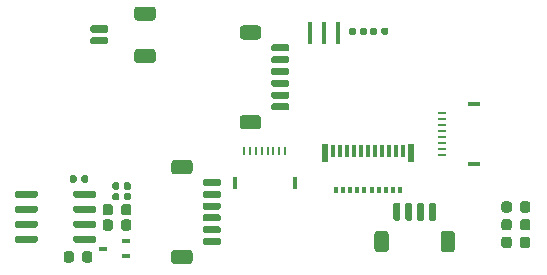
<source format=gbr>
G04 #@! TF.GenerationSoftware,KiCad,Pcbnew,(5.1.10)-1*
G04 #@! TF.CreationDate,2022-10-27T19:37:03-07:00*
G04 #@! TF.ProjectId,Motor_Gen2L,4d6f746f-725f-4476-956e-324c2e6b6963,rev?*
G04 #@! TF.SameCoordinates,Original*
G04 #@! TF.FileFunction,Paste,Top*
G04 #@! TF.FilePolarity,Positive*
%FSLAX46Y46*%
G04 Gerber Fmt 4.6, Leading zero omitted, Abs format (unit mm)*
G04 Created by KiCad (PCBNEW (5.1.10)-1) date 2022-10-27 19:37:03*
%MOMM*%
%LPD*%
G01*
G04 APERTURE LIST*
%ADD10R,0.700000X0.290000*%
%ADD11R,1.000000X0.300000*%
%ADD12R,0.290000X0.700000*%
%ADD13R,0.300000X1.000000*%
%ADD14R,0.400000X1.900000*%
%ADD15R,0.520000X1.600000*%
%ADD16R,0.300000X0.600000*%
%ADD17R,0.700000X0.450000*%
G04 APERTURE END LIST*
G36*
G01*
X93650001Y-108300000D02*
X92349999Y-108300000D01*
G75*
G02*
X92100000Y-108050001I0J249999D01*
G01*
X92100000Y-107349999D01*
G75*
G02*
X92349999Y-107100000I249999J0D01*
G01*
X93650001Y-107100000D01*
G75*
G02*
X93900000Y-107349999I0J-249999D01*
G01*
X93900000Y-108050001D01*
G75*
G02*
X93650001Y-108300000I-249999J0D01*
G01*
G37*
G36*
G01*
X93650001Y-115900000D02*
X92349999Y-115900000D01*
G75*
G02*
X92100000Y-115650001I0J249999D01*
G01*
X92100000Y-114949999D01*
G75*
G02*
X92349999Y-114700000I249999J0D01*
G01*
X93650001Y-114700000D01*
G75*
G02*
X93900000Y-114949999I0J-249999D01*
G01*
X93900000Y-115650001D01*
G75*
G02*
X93650001Y-115900000I-249999J0D01*
G01*
G37*
G36*
G01*
X96150000Y-109300000D02*
X94900000Y-109300000D01*
G75*
G02*
X94750000Y-109150000I0J150000D01*
G01*
X94750000Y-108850000D01*
G75*
G02*
X94900000Y-108700000I150000J0D01*
G01*
X96150000Y-108700000D01*
G75*
G02*
X96300000Y-108850000I0J-150000D01*
G01*
X96300000Y-109150000D01*
G75*
G02*
X96150000Y-109300000I-150000J0D01*
G01*
G37*
G36*
G01*
X96150000Y-110300000D02*
X94900000Y-110300000D01*
G75*
G02*
X94750000Y-110150000I0J150000D01*
G01*
X94750000Y-109850000D01*
G75*
G02*
X94900000Y-109700000I150000J0D01*
G01*
X96150000Y-109700000D01*
G75*
G02*
X96300000Y-109850000I0J-150000D01*
G01*
X96300000Y-110150000D01*
G75*
G02*
X96150000Y-110300000I-150000J0D01*
G01*
G37*
G36*
G01*
X96150000Y-111300000D02*
X94900000Y-111300000D01*
G75*
G02*
X94750000Y-111150000I0J150000D01*
G01*
X94750000Y-110850000D01*
G75*
G02*
X94900000Y-110700000I150000J0D01*
G01*
X96150000Y-110700000D01*
G75*
G02*
X96300000Y-110850000I0J-150000D01*
G01*
X96300000Y-111150000D01*
G75*
G02*
X96150000Y-111300000I-150000J0D01*
G01*
G37*
G36*
G01*
X96150000Y-112300000D02*
X94900000Y-112300000D01*
G75*
G02*
X94750000Y-112150000I0J150000D01*
G01*
X94750000Y-111850000D01*
G75*
G02*
X94900000Y-111700000I150000J0D01*
G01*
X96150000Y-111700000D01*
G75*
G02*
X96300000Y-111850000I0J-150000D01*
G01*
X96300000Y-112150000D01*
G75*
G02*
X96150000Y-112300000I-150000J0D01*
G01*
G37*
G36*
G01*
X96150000Y-113300000D02*
X94900000Y-113300000D01*
G75*
G02*
X94750000Y-113150000I0J150000D01*
G01*
X94750000Y-112850000D01*
G75*
G02*
X94900000Y-112700000I150000J0D01*
G01*
X96150000Y-112700000D01*
G75*
G02*
X96300000Y-112850000I0J-150000D01*
G01*
X96300000Y-113150000D01*
G75*
G02*
X96150000Y-113300000I-150000J0D01*
G01*
G37*
G36*
G01*
X96150000Y-114300000D02*
X94900000Y-114300000D01*
G75*
G02*
X94750000Y-114150000I0J150000D01*
G01*
X94750000Y-113850000D01*
G75*
G02*
X94900000Y-113700000I150000J0D01*
G01*
X96150000Y-113700000D01*
G75*
G02*
X96300000Y-113850000I0J-150000D01*
G01*
X96300000Y-114150000D01*
G75*
G02*
X96150000Y-114300000I-150000J0D01*
G01*
G37*
G36*
G01*
X99450001Y-96900000D02*
X98149999Y-96900000D01*
G75*
G02*
X97900000Y-96650001I0J249999D01*
G01*
X97900000Y-95949999D01*
G75*
G02*
X98149999Y-95700000I249999J0D01*
G01*
X99450001Y-95700000D01*
G75*
G02*
X99700000Y-95949999I0J-249999D01*
G01*
X99700000Y-96650001D01*
G75*
G02*
X99450001Y-96900000I-249999J0D01*
G01*
G37*
G36*
G01*
X99450001Y-104500000D02*
X98149999Y-104500000D01*
G75*
G02*
X97900000Y-104250001I0J249999D01*
G01*
X97900000Y-103549999D01*
G75*
G02*
X98149999Y-103300000I249999J0D01*
G01*
X99450001Y-103300000D01*
G75*
G02*
X99700000Y-103549999I0J-249999D01*
G01*
X99700000Y-104250001D01*
G75*
G02*
X99450001Y-104500000I-249999J0D01*
G01*
G37*
G36*
G01*
X101950000Y-97900000D02*
X100700000Y-97900000D01*
G75*
G02*
X100550000Y-97750000I0J150000D01*
G01*
X100550000Y-97450000D01*
G75*
G02*
X100700000Y-97300000I150000J0D01*
G01*
X101950000Y-97300000D01*
G75*
G02*
X102100000Y-97450000I0J-150000D01*
G01*
X102100000Y-97750000D01*
G75*
G02*
X101950000Y-97900000I-150000J0D01*
G01*
G37*
G36*
G01*
X101950000Y-98900000D02*
X100700000Y-98900000D01*
G75*
G02*
X100550000Y-98750000I0J150000D01*
G01*
X100550000Y-98450000D01*
G75*
G02*
X100700000Y-98300000I150000J0D01*
G01*
X101950000Y-98300000D01*
G75*
G02*
X102100000Y-98450000I0J-150000D01*
G01*
X102100000Y-98750000D01*
G75*
G02*
X101950000Y-98900000I-150000J0D01*
G01*
G37*
G36*
G01*
X101950000Y-99900000D02*
X100700000Y-99900000D01*
G75*
G02*
X100550000Y-99750000I0J150000D01*
G01*
X100550000Y-99450000D01*
G75*
G02*
X100700000Y-99300000I150000J0D01*
G01*
X101950000Y-99300000D01*
G75*
G02*
X102100000Y-99450000I0J-150000D01*
G01*
X102100000Y-99750000D01*
G75*
G02*
X101950000Y-99900000I-150000J0D01*
G01*
G37*
G36*
G01*
X101950000Y-100900000D02*
X100700000Y-100900000D01*
G75*
G02*
X100550000Y-100750000I0J150000D01*
G01*
X100550000Y-100450000D01*
G75*
G02*
X100700000Y-100300000I150000J0D01*
G01*
X101950000Y-100300000D01*
G75*
G02*
X102100000Y-100450000I0J-150000D01*
G01*
X102100000Y-100750000D01*
G75*
G02*
X101950000Y-100900000I-150000J0D01*
G01*
G37*
G36*
G01*
X101950000Y-101900000D02*
X100700000Y-101900000D01*
G75*
G02*
X100550000Y-101750000I0J150000D01*
G01*
X100550000Y-101450000D01*
G75*
G02*
X100700000Y-101300000I150000J0D01*
G01*
X101950000Y-101300000D01*
G75*
G02*
X102100000Y-101450000I0J-150000D01*
G01*
X102100000Y-101750000D01*
G75*
G02*
X101950000Y-101900000I-150000J0D01*
G01*
G37*
G36*
G01*
X101950000Y-102900000D02*
X100700000Y-102900000D01*
G75*
G02*
X100550000Y-102750000I0J150000D01*
G01*
X100550000Y-102450000D01*
G75*
G02*
X100700000Y-102300000I150000J0D01*
G01*
X101950000Y-102300000D01*
G75*
G02*
X102100000Y-102450000I0J-150000D01*
G01*
X102100000Y-102750000D01*
G75*
G02*
X101950000Y-102900000I-150000J0D01*
G01*
G37*
G36*
G01*
X110500000Y-113349999D02*
X110500000Y-114650001D01*
G75*
G02*
X110250001Y-114900000I-249999J0D01*
G01*
X109549999Y-114900000D01*
G75*
G02*
X109300000Y-114650001I0J249999D01*
G01*
X109300000Y-113349999D01*
G75*
G02*
X109549999Y-113100000I249999J0D01*
G01*
X110250001Y-113100000D01*
G75*
G02*
X110500000Y-113349999I0J-249999D01*
G01*
G37*
G36*
G01*
X116100000Y-113349999D02*
X116100000Y-114650001D01*
G75*
G02*
X115850001Y-114900000I-249999J0D01*
G01*
X115149999Y-114900000D01*
G75*
G02*
X114900000Y-114650001I0J249999D01*
G01*
X114900000Y-113349999D01*
G75*
G02*
X115149999Y-113100000I249999J0D01*
G01*
X115850001Y-113100000D01*
G75*
G02*
X116100000Y-113349999I0J-249999D01*
G01*
G37*
G36*
G01*
X111500000Y-110850000D02*
X111500000Y-112100000D01*
G75*
G02*
X111350000Y-112250000I-150000J0D01*
G01*
X111050000Y-112250000D01*
G75*
G02*
X110900000Y-112100000I0J150000D01*
G01*
X110900000Y-110850000D01*
G75*
G02*
X111050000Y-110700000I150000J0D01*
G01*
X111350000Y-110700000D01*
G75*
G02*
X111500000Y-110850000I0J-150000D01*
G01*
G37*
G36*
G01*
X112500000Y-110850000D02*
X112500000Y-112100000D01*
G75*
G02*
X112350000Y-112250000I-150000J0D01*
G01*
X112050000Y-112250000D01*
G75*
G02*
X111900000Y-112100000I0J150000D01*
G01*
X111900000Y-110850000D01*
G75*
G02*
X112050000Y-110700000I150000J0D01*
G01*
X112350000Y-110700000D01*
G75*
G02*
X112500000Y-110850000I0J-150000D01*
G01*
G37*
G36*
G01*
X113500000Y-110850000D02*
X113500000Y-112100000D01*
G75*
G02*
X113350000Y-112250000I-150000J0D01*
G01*
X113050000Y-112250000D01*
G75*
G02*
X112900000Y-112100000I0J150000D01*
G01*
X112900000Y-110850000D01*
G75*
G02*
X113050000Y-110700000I150000J0D01*
G01*
X113350000Y-110700000D01*
G75*
G02*
X113500000Y-110850000I0J-150000D01*
G01*
G37*
G36*
G01*
X114500000Y-110850000D02*
X114500000Y-112100000D01*
G75*
G02*
X114350000Y-112250000I-150000J0D01*
G01*
X114050000Y-112250000D01*
G75*
G02*
X113900000Y-112100000I0J150000D01*
G01*
X113900000Y-110850000D01*
G75*
G02*
X114050000Y-110700000I150000J0D01*
G01*
X114350000Y-110700000D01*
G75*
G02*
X114500000Y-110850000I0J-150000D01*
G01*
G37*
G36*
G01*
X90525001Y-95300000D02*
X89224999Y-95300000D01*
G75*
G02*
X88975000Y-95050001I0J249999D01*
G01*
X88975000Y-94349999D01*
G75*
G02*
X89224999Y-94100000I249999J0D01*
G01*
X90525001Y-94100000D01*
G75*
G02*
X90775000Y-94349999I0J-249999D01*
G01*
X90775000Y-95050001D01*
G75*
G02*
X90525001Y-95300000I-249999J0D01*
G01*
G37*
G36*
G01*
X90525001Y-98900000D02*
X89224999Y-98900000D01*
G75*
G02*
X88975000Y-98650001I0J249999D01*
G01*
X88975000Y-97949999D01*
G75*
G02*
X89224999Y-97700000I249999J0D01*
G01*
X90525001Y-97700000D01*
G75*
G02*
X90775000Y-97949999I0J-249999D01*
G01*
X90775000Y-98650001D01*
G75*
G02*
X90525001Y-98900000I-249999J0D01*
G01*
G37*
G36*
G01*
X86625000Y-96300000D02*
X85375000Y-96300000D01*
G75*
G02*
X85225000Y-96150000I0J150000D01*
G01*
X85225000Y-95850000D01*
G75*
G02*
X85375000Y-95700000I150000J0D01*
G01*
X86625000Y-95700000D01*
G75*
G02*
X86775000Y-95850000I0J-150000D01*
G01*
X86775000Y-96150000D01*
G75*
G02*
X86625000Y-96300000I-150000J0D01*
G01*
G37*
G36*
G01*
X86625000Y-97300000D02*
X85375000Y-97300000D01*
G75*
G02*
X85225000Y-97150000I0J150000D01*
G01*
X85225000Y-96850000D01*
G75*
G02*
X85375000Y-96700000I150000J0D01*
G01*
X86625000Y-96700000D01*
G75*
G02*
X86775000Y-96850000I0J-150000D01*
G01*
X86775000Y-97150000D01*
G75*
G02*
X86625000Y-97300000I-150000J0D01*
G01*
G37*
D10*
X115050000Y-103150000D03*
X115050000Y-103650000D03*
X115050000Y-104150000D03*
X115050000Y-104650000D03*
X115050000Y-105150000D03*
X115050000Y-105650000D03*
X115050000Y-106150000D03*
D11*
X117700000Y-102360000D03*
X117700000Y-107440000D03*
D10*
X115050000Y-106650000D03*
D12*
X101750000Y-106350000D03*
X101250000Y-106350000D03*
X100750000Y-106350000D03*
X100250000Y-106350000D03*
X99750000Y-106350000D03*
X99250000Y-106350000D03*
X98750000Y-106350000D03*
D13*
X102540000Y-109000000D03*
X97460000Y-109000000D03*
D12*
X98250000Y-106350000D03*
D14*
X106200000Y-96300000D03*
X105000000Y-96300000D03*
X103800000Y-96300000D03*
D15*
X105100000Y-106525000D03*
X112400000Y-106525000D03*
D16*
X106050000Y-109625000D03*
X106650000Y-109625000D03*
X107250000Y-109625000D03*
X107850000Y-109625000D03*
X108450000Y-109625000D03*
X109050000Y-109625000D03*
X109650000Y-109625000D03*
X110250000Y-109625000D03*
X110850000Y-109625000D03*
X111450000Y-109625000D03*
D13*
X105750000Y-106325000D03*
X106350000Y-106325000D03*
X106950000Y-106325000D03*
X107550000Y-106325000D03*
X108150000Y-106325000D03*
X108750000Y-106325000D03*
X109350000Y-106325000D03*
X109950000Y-106325000D03*
X110550000Y-106325000D03*
X111150000Y-106325000D03*
X111750000Y-106325000D03*
G36*
G01*
X83800000Y-110145000D02*
X83800000Y-109845000D01*
G75*
G02*
X83950000Y-109695000I150000J0D01*
G01*
X85600000Y-109695000D01*
G75*
G02*
X85750000Y-109845000I0J-150000D01*
G01*
X85750000Y-110145000D01*
G75*
G02*
X85600000Y-110295000I-150000J0D01*
G01*
X83950000Y-110295000D01*
G75*
G02*
X83800000Y-110145000I0J150000D01*
G01*
G37*
G36*
G01*
X83800000Y-111415000D02*
X83800000Y-111115000D01*
G75*
G02*
X83950000Y-110965000I150000J0D01*
G01*
X85600000Y-110965000D01*
G75*
G02*
X85750000Y-111115000I0J-150000D01*
G01*
X85750000Y-111415000D01*
G75*
G02*
X85600000Y-111565000I-150000J0D01*
G01*
X83950000Y-111565000D01*
G75*
G02*
X83800000Y-111415000I0J150000D01*
G01*
G37*
G36*
G01*
X83800000Y-112685000D02*
X83800000Y-112385000D01*
G75*
G02*
X83950000Y-112235000I150000J0D01*
G01*
X85600000Y-112235000D01*
G75*
G02*
X85750000Y-112385000I0J-150000D01*
G01*
X85750000Y-112685000D01*
G75*
G02*
X85600000Y-112835000I-150000J0D01*
G01*
X83950000Y-112835000D01*
G75*
G02*
X83800000Y-112685000I0J150000D01*
G01*
G37*
G36*
G01*
X83800000Y-113955000D02*
X83800000Y-113655000D01*
G75*
G02*
X83950000Y-113505000I150000J0D01*
G01*
X85600000Y-113505000D01*
G75*
G02*
X85750000Y-113655000I0J-150000D01*
G01*
X85750000Y-113955000D01*
G75*
G02*
X85600000Y-114105000I-150000J0D01*
G01*
X83950000Y-114105000D01*
G75*
G02*
X83800000Y-113955000I0J150000D01*
G01*
G37*
G36*
G01*
X78850000Y-113955000D02*
X78850000Y-113655000D01*
G75*
G02*
X79000000Y-113505000I150000J0D01*
G01*
X80650000Y-113505000D01*
G75*
G02*
X80800000Y-113655000I0J-150000D01*
G01*
X80800000Y-113955000D01*
G75*
G02*
X80650000Y-114105000I-150000J0D01*
G01*
X79000000Y-114105000D01*
G75*
G02*
X78850000Y-113955000I0J150000D01*
G01*
G37*
G36*
G01*
X78850000Y-112685000D02*
X78850000Y-112385000D01*
G75*
G02*
X79000000Y-112235000I150000J0D01*
G01*
X80650000Y-112235000D01*
G75*
G02*
X80800000Y-112385000I0J-150000D01*
G01*
X80800000Y-112685000D01*
G75*
G02*
X80650000Y-112835000I-150000J0D01*
G01*
X79000000Y-112835000D01*
G75*
G02*
X78850000Y-112685000I0J150000D01*
G01*
G37*
G36*
G01*
X78850000Y-111415000D02*
X78850000Y-111115000D01*
G75*
G02*
X79000000Y-110965000I150000J0D01*
G01*
X80650000Y-110965000D01*
G75*
G02*
X80800000Y-111115000I0J-150000D01*
G01*
X80800000Y-111415000D01*
G75*
G02*
X80650000Y-111565000I-150000J0D01*
G01*
X79000000Y-111565000D01*
G75*
G02*
X78850000Y-111415000I0J150000D01*
G01*
G37*
G36*
G01*
X78850000Y-110145000D02*
X78850000Y-109845000D01*
G75*
G02*
X79000000Y-109695000I150000J0D01*
G01*
X80650000Y-109695000D01*
G75*
G02*
X80800000Y-109845000I0J-150000D01*
G01*
X80800000Y-110145000D01*
G75*
G02*
X80650000Y-110295000I-150000J0D01*
G01*
X79000000Y-110295000D01*
G75*
G02*
X78850000Y-110145000I0J150000D01*
G01*
G37*
G36*
G01*
X88090000Y-109472500D02*
X88090000Y-109127500D01*
G75*
G02*
X88237500Y-108980000I147500J0D01*
G01*
X88532500Y-108980000D01*
G75*
G02*
X88680000Y-109127500I0J-147500D01*
G01*
X88680000Y-109472500D01*
G75*
G02*
X88532500Y-109620000I-147500J0D01*
G01*
X88237500Y-109620000D01*
G75*
G02*
X88090000Y-109472500I0J147500D01*
G01*
G37*
G36*
G01*
X87120000Y-109472500D02*
X87120000Y-109127500D01*
G75*
G02*
X87267500Y-108980000I147500J0D01*
G01*
X87562500Y-108980000D01*
G75*
G02*
X87710000Y-109127500I0J-147500D01*
G01*
X87710000Y-109472500D01*
G75*
G02*
X87562500Y-109620000I-147500J0D01*
G01*
X87267500Y-109620000D01*
G75*
G02*
X87120000Y-109472500I0J147500D01*
G01*
G37*
G36*
G01*
X88090000Y-110372500D02*
X88090000Y-110027500D01*
G75*
G02*
X88237500Y-109880000I147500J0D01*
G01*
X88532500Y-109880000D01*
G75*
G02*
X88680000Y-110027500I0J-147500D01*
G01*
X88680000Y-110372500D01*
G75*
G02*
X88532500Y-110520000I-147500J0D01*
G01*
X88237500Y-110520000D01*
G75*
G02*
X88090000Y-110372500I0J147500D01*
G01*
G37*
G36*
G01*
X87120000Y-110372500D02*
X87120000Y-110027500D01*
G75*
G02*
X87267500Y-109880000I147500J0D01*
G01*
X87562500Y-109880000D01*
G75*
G02*
X87710000Y-110027500I0J-147500D01*
G01*
X87710000Y-110372500D01*
G75*
G02*
X87562500Y-110520000I-147500J0D01*
G01*
X87267500Y-110520000D01*
G75*
G02*
X87120000Y-110372500I0J147500D01*
G01*
G37*
G36*
G01*
X87150000Y-112343750D02*
X87150000Y-112856250D01*
G75*
G02*
X86931250Y-113075000I-218750J0D01*
G01*
X86493750Y-113075000D01*
G75*
G02*
X86275000Y-112856250I0J218750D01*
G01*
X86275000Y-112343750D01*
G75*
G02*
X86493750Y-112125000I218750J0D01*
G01*
X86931250Y-112125000D01*
G75*
G02*
X87150000Y-112343750I0J-218750D01*
G01*
G37*
G36*
G01*
X88725000Y-112343750D02*
X88725000Y-112856250D01*
G75*
G02*
X88506250Y-113075000I-218750J0D01*
G01*
X88068750Y-113075000D01*
G75*
G02*
X87850000Y-112856250I0J218750D01*
G01*
X87850000Y-112343750D01*
G75*
G02*
X88068750Y-112125000I218750J0D01*
G01*
X88506250Y-112125000D01*
G75*
G02*
X88725000Y-112343750I0J-218750D01*
G01*
G37*
G36*
G01*
X87150000Y-111043750D02*
X87150000Y-111556250D01*
G75*
G02*
X86931250Y-111775000I-218750J0D01*
G01*
X86493750Y-111775000D01*
G75*
G02*
X86275000Y-111556250I0J218750D01*
G01*
X86275000Y-111043750D01*
G75*
G02*
X86493750Y-110825000I218750J0D01*
G01*
X86931250Y-110825000D01*
G75*
G02*
X87150000Y-111043750I0J-218750D01*
G01*
G37*
G36*
G01*
X88725000Y-111043750D02*
X88725000Y-111556250D01*
G75*
G02*
X88506250Y-111775000I-218750J0D01*
G01*
X88068750Y-111775000D01*
G75*
G02*
X87850000Y-111556250I0J218750D01*
G01*
X87850000Y-111043750D01*
G75*
G02*
X88068750Y-110825000I218750J0D01*
G01*
X88506250Y-110825000D01*
G75*
G02*
X88725000Y-111043750I0J-218750D01*
G01*
G37*
G36*
G01*
X85425000Y-115043750D02*
X85425000Y-115556250D01*
G75*
G02*
X85206250Y-115775000I-218750J0D01*
G01*
X84768750Y-115775000D01*
G75*
G02*
X84550000Y-115556250I0J218750D01*
G01*
X84550000Y-115043750D01*
G75*
G02*
X84768750Y-114825000I218750J0D01*
G01*
X85206250Y-114825000D01*
G75*
G02*
X85425000Y-115043750I0J-218750D01*
G01*
G37*
G36*
G01*
X83850000Y-115043750D02*
X83850000Y-115556250D01*
G75*
G02*
X83631250Y-115775000I-218750J0D01*
G01*
X83193750Y-115775000D01*
G75*
G02*
X82975000Y-115556250I0J218750D01*
G01*
X82975000Y-115043750D01*
G75*
G02*
X83193750Y-114825000I218750J0D01*
G01*
X83631250Y-114825000D01*
G75*
G02*
X83850000Y-115043750I0J-218750D01*
G01*
G37*
D17*
X86300000Y-114600000D03*
X88300000Y-113950000D03*
X88300000Y-115250000D03*
G36*
G01*
X120925000Y-113817150D02*
X120925000Y-114329650D01*
G75*
G02*
X120706250Y-114548400I-218750J0D01*
G01*
X120268750Y-114548400D01*
G75*
G02*
X120050000Y-114329650I0J218750D01*
G01*
X120050000Y-113817150D01*
G75*
G02*
X120268750Y-113598400I218750J0D01*
G01*
X120706250Y-113598400D01*
G75*
G02*
X120925000Y-113817150I0J-218750D01*
G01*
G37*
G36*
G01*
X122500000Y-113817150D02*
X122500000Y-114329650D01*
G75*
G02*
X122281250Y-114548400I-218750J0D01*
G01*
X121843750Y-114548400D01*
G75*
G02*
X121625000Y-114329650I0J218750D01*
G01*
X121625000Y-113817150D01*
G75*
G02*
X121843750Y-113598400I218750J0D01*
G01*
X122281250Y-113598400D01*
G75*
G02*
X122500000Y-113817150I0J-218750D01*
G01*
G37*
G36*
G01*
X120925000Y-112317150D02*
X120925000Y-112829650D01*
G75*
G02*
X120706250Y-113048400I-218750J0D01*
G01*
X120268750Y-113048400D01*
G75*
G02*
X120050000Y-112829650I0J218750D01*
G01*
X120050000Y-112317150D01*
G75*
G02*
X120268750Y-112098400I218750J0D01*
G01*
X120706250Y-112098400D01*
G75*
G02*
X120925000Y-112317150I0J-218750D01*
G01*
G37*
G36*
G01*
X122500000Y-112317150D02*
X122500000Y-112829650D01*
G75*
G02*
X122281250Y-113048400I-218750J0D01*
G01*
X121843750Y-113048400D01*
G75*
G02*
X121625000Y-112829650I0J218750D01*
G01*
X121625000Y-112317150D01*
G75*
G02*
X121843750Y-112098400I218750J0D01*
G01*
X122281250Y-112098400D01*
G75*
G02*
X122500000Y-112317150I0J-218750D01*
G01*
G37*
G36*
G01*
X120925000Y-110817150D02*
X120925000Y-111329650D01*
G75*
G02*
X120706250Y-111548400I-218750J0D01*
G01*
X120268750Y-111548400D01*
G75*
G02*
X120050000Y-111329650I0J218750D01*
G01*
X120050000Y-110817150D01*
G75*
G02*
X120268750Y-110598400I218750J0D01*
G01*
X120706250Y-110598400D01*
G75*
G02*
X120925000Y-110817150I0J-218750D01*
G01*
G37*
G36*
G01*
X122500000Y-110817150D02*
X122500000Y-111329650D01*
G75*
G02*
X122281250Y-111548400I-218750J0D01*
G01*
X121843750Y-111548400D01*
G75*
G02*
X121625000Y-111329650I0J218750D01*
G01*
X121625000Y-110817150D01*
G75*
G02*
X121843750Y-110598400I218750J0D01*
G01*
X122281250Y-110598400D01*
G75*
G02*
X122500000Y-110817150I0J-218750D01*
G01*
G37*
G36*
G01*
X84085000Y-108527500D02*
X84085000Y-108872500D01*
G75*
G02*
X83937500Y-109020000I-147500J0D01*
G01*
X83642500Y-109020000D01*
G75*
G02*
X83495000Y-108872500I0J147500D01*
G01*
X83495000Y-108527500D01*
G75*
G02*
X83642500Y-108380000I147500J0D01*
G01*
X83937500Y-108380000D01*
G75*
G02*
X84085000Y-108527500I0J-147500D01*
G01*
G37*
G36*
G01*
X85055000Y-108527500D02*
X85055000Y-108872500D01*
G75*
G02*
X84907500Y-109020000I-147500J0D01*
G01*
X84612500Y-109020000D01*
G75*
G02*
X84465000Y-108872500I0J147500D01*
G01*
X84465000Y-108527500D01*
G75*
G02*
X84612500Y-108380000I147500J0D01*
G01*
X84907500Y-108380000D01*
G75*
G02*
X85055000Y-108527500I0J-147500D01*
G01*
G37*
G36*
G01*
X108090000Y-96372500D02*
X108090000Y-96027500D01*
G75*
G02*
X108237500Y-95880000I147500J0D01*
G01*
X108532500Y-95880000D01*
G75*
G02*
X108680000Y-96027500I0J-147500D01*
G01*
X108680000Y-96372500D01*
G75*
G02*
X108532500Y-96520000I-147500J0D01*
G01*
X108237500Y-96520000D01*
G75*
G02*
X108090000Y-96372500I0J147500D01*
G01*
G37*
G36*
G01*
X107120000Y-96372500D02*
X107120000Y-96027500D01*
G75*
G02*
X107267500Y-95880000I147500J0D01*
G01*
X107562500Y-95880000D01*
G75*
G02*
X107710000Y-96027500I0J-147500D01*
G01*
X107710000Y-96372500D01*
G75*
G02*
X107562500Y-96520000I-147500J0D01*
G01*
X107267500Y-96520000D01*
G75*
G02*
X107120000Y-96372500I0J147500D01*
G01*
G37*
G36*
G01*
X109510000Y-96027500D02*
X109510000Y-96372500D01*
G75*
G02*
X109362500Y-96520000I-147500J0D01*
G01*
X109067500Y-96520000D01*
G75*
G02*
X108920000Y-96372500I0J147500D01*
G01*
X108920000Y-96027500D01*
G75*
G02*
X109067500Y-95880000I147500J0D01*
G01*
X109362500Y-95880000D01*
G75*
G02*
X109510000Y-96027500I0J-147500D01*
G01*
G37*
G36*
G01*
X110480000Y-96027500D02*
X110480000Y-96372500D01*
G75*
G02*
X110332500Y-96520000I-147500J0D01*
G01*
X110037500Y-96520000D01*
G75*
G02*
X109890000Y-96372500I0J147500D01*
G01*
X109890000Y-96027500D01*
G75*
G02*
X110037500Y-95880000I147500J0D01*
G01*
X110332500Y-95880000D01*
G75*
G02*
X110480000Y-96027500I0J-147500D01*
G01*
G37*
M02*

</source>
